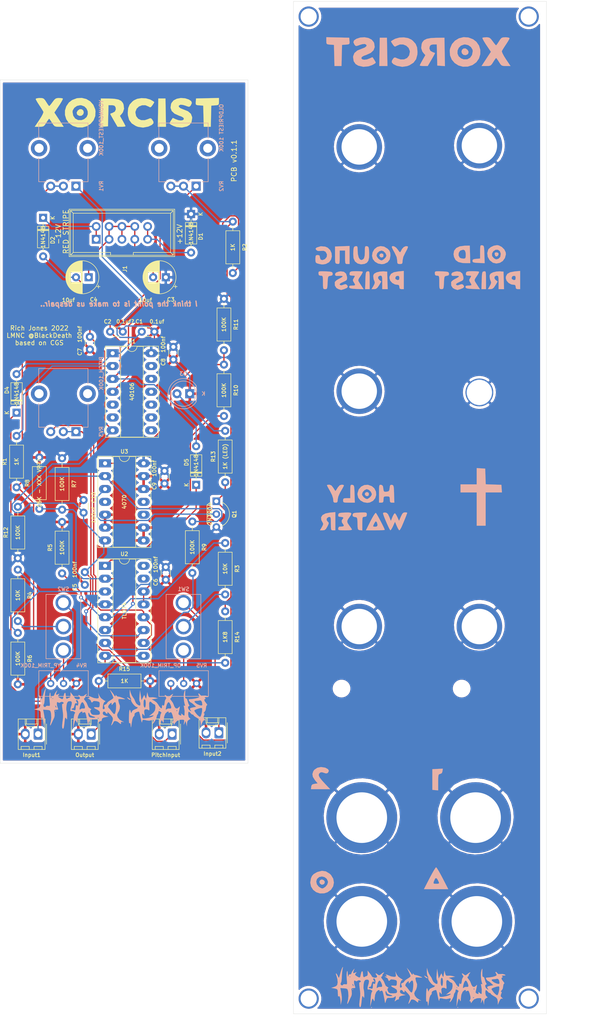
<source format=kicad_pcb>
(kicad_pcb (version 20171130) (host pcbnew "(5.1.12-1-10_14)")
  (layers (0 F.Cu signal) (31 B.Cu signal) (34 B.Paste user) (35 F.Paste user) (36 B.SilkS user) (37 F.SilkS user) (38 B.Mask user) (39 F.Mask user) (44 Edge.Cuts user))
  (net 0 "")
  (net 1 "Net-(C1-Pad1)")
  (net 2 "Net-(C3-Pad2)")
  (net 3 "Net-(C10-Pad2)")
  (net 4 GND)
  (net 5 "Net-(D1-Pad2)")
  (net 6 "Net-(D2-Pad1)")
  (net 7 "Net-(D3-Pad2)")
  (net 8 "Net-(J2-Pad1)")
  (net 9 "Net-(J3-Pad1)")
  (net 10 "Net-(J4-Pad1)")
  (net 11 "Net-(Q1-Pad2)")
  (net 12 "Net-(Q1-Pad1)")
  (net 13 "Net-(R1-Pad1)")
  (net 14 "Net-(R1-Pad2)")
  (net 15 "Net-(R2-Pad2)")
  (net 16 "Net-(R2-Pad1)")
  (net 17 "Net-(R3-Pad2)")
  (net 18 "Net-(R3-Pad1)")
  (net 19 "Net-(R4-Pad1)")
  (net 20 "Net-(R4-Pad2)")
  (net 21 "Net-(R7-Pad2)")
  (net 22 "Net-(R9-Pad2)")
  (net 23 "Net-(R12-Pad2)")
  (net 24 "Net-(R10-Pad2)")
  (net 25 "Net-(R10-Pad1)")
  (net 26 "Net-(C3-Pad1)")
  (net 27 "Net-(D4-Pad1)")
  (net 28 "Net-(J5-Pad1)")
  (net 29 "Net-(U3-Pad11)")
  (net 30 "Net-(U3-Pad4)")
  (net 31 "Net-(U3-Pad10)")
  (net 32 "Net-(RV4-Pad2)")
  (net 33 "Net-(RV5-Pad2)")
  (net 34 "Net-(C2-Pad1)")
  (net 35 "Net-(D5-Pad1)")
  (net 36 "Net-(RV3-Pad3)")
  (module ao_tht:BD3 (layer B.Cu) (at 314 149.25 180)
    (fp_text reference G*** hide)
    (fp_text value LOGO hide)
  )
  (module ao_tht:cross (layer B.Cu) (at 384.75 107.75 180)
    (fp_text reference G*** hide)
    (fp_text value LOGO hide)
  )
  (module ao_tht:LED_D5.0mm (layer B.Cu) (at 327.5 87 180)
    (fp_text reference D3 (at 1.27 3.96) (layer B.SilkS) (effects (font (size 0.75 0.75)) (justify mirror)))
    (fp_text value LED)
    (fp_text user K (at -2.7 0) (layer B.SilkS) (effects (font (size 0.75 0.75)) (justify mirror)))
    (pad 1 thru_hole rect (at 0 0 180) (size 1.8 1.8) (drill 0.9) (layers *.Cu *.Mask) (net 4 GND))
    (pad 2 thru_hole circle (at 2.54 0 180) (size 1.8 1.8) (drill 0.9) (layers *.Cu *.Mask) (net 7 "Net-(D3-Pad2)"))
  )
  (module ao_tht:Molex_KK-254_AE-6410-02A_1x02_P2.54mm_Vertical (layer F.Cu) (at 308 154.25 180)
    (fp_text reference Output (at 1.27 -4.12) (layer F.SilkS) (effects (font (size 0.75 0.75))))
    (fp_text value Output_1)
    (pad 1 thru_hole roundrect (at 0 0 180) (size 1.74 2.2) (drill 1.2) (layers *.Cu *.Mask) (roundrect_rratio 0.143678) (net 10 "Net-(J4-Pad1)"))
    (pad 2 thru_hole oval (at 2.54 0 180) (size 1.74 2.2) (drill 1.2) (layers *.Cu *.Mask) (net 4 GND))
  )
  (module ao_tht:R_Axial_DIN0207_L6.3mm_D2.5mm_P10.16mm_Horizontal (layer F.Cu) (at 302.25 122.5 90)
    (fp_text reference R5 (at 5.08 -2.37 90) (layer F.SilkS) (effects (font (size 0.75 0.75))))
    (fp_text value 100K)
    (fp_text user %V (at 5.08 0 90) (layer F.SilkS) (effects (font (size 0.75 0.75))))
    (pad 1 thru_hole circle (at 0 0 90) (size 1.6 1.6) (drill 0.8) (layers *.Cu *.Mask) (net 18 "Net-(R3-Pad1)"))
    (pad 2 thru_hole oval (at 10.16 0 90) (size 1.6 1.6) (drill 0.8) (layers *.Cu *.Mask) (net 4 GND))
  )
  (module ao_tht:DIP-14_W7.62mm_Socket_LongPads (layer F.Cu) (at 310.75 100.75)
    (fp_text reference U3 (at 3.81 -2.33) (layer F.SilkS) (effects (font (size 0.75 0.75))))
    (fp_text value 4070)
    (fp_text user %V (at 3.81 7.62 90) (layer F.SilkS) (effects (font (size 0.75 0.75))))
    (pad 14 thru_hole oval (at 7.62 0) (size 2.4 1.6) (drill 0.8) (layers *.Cu *.Mask) (net 26 "Net-(C3-Pad1)"))
    (pad 7 thru_hole oval (at 0 15.24) (size 2.4 1.6) (drill 0.8) (layers *.Cu *.Mask) (net 3 "Net-(C10-Pad2)"))
    (pad 13 thru_hole oval (at 7.62 2.54) (size 2.4 1.6) (drill 0.8) (layers *.Cu *.Mask) (net 4 GND))
    (pad 6 thru_hole oval (at 0 12.7) (size 2.4 1.6) (drill 0.8) (layers *.Cu *.Mask) (net 4 GND))
    (pad 12 thru_hole oval (at 7.62 5.08) (size 2.4 1.6) (drill 0.8) (layers *.Cu *.Mask) (net 4 GND))
    (pad 5 thru_hole oval (at 0 10.16) (size 2.4 1.6) (drill 0.8) (layers *.Cu *.Mask) (net 4 GND))
    (pad 11 thru_hole oval (at 7.62 7.62) (size 2.4 1.6) (drill 0.8) (layers *.Cu *.Mask) (net 29 "Net-(U3-Pad11)"))
    (pad 4 thru_hole oval (at 0 7.62) (size 2.4 1.6) (drill 0.8) (layers *.Cu *.Mask) (net 30 "Net-(U3-Pad4)"))
    (pad 10 thru_hole oval (at 7.62 10.16) (size 2.4 1.6) (drill 0.8) (layers *.Cu *.Mask) (net 31 "Net-(U3-Pad10)"))
    (pad 3 thru_hole oval (at 0 5.08) (size 2.4 1.6) (drill 0.8) (layers *.Cu *.Mask) (net 11 "Net-(Q1-Pad2)"))
    (pad 9 thru_hole oval (at 7.62 12.7) (size 2.4 1.6) (drill 0.8) (layers *.Cu *.Mask) (net 4 GND))
    (pad 2 thru_hole oval (at 0 2.54) (size 2.4 1.6) (drill 0.8) (layers *.Cu *.Mask) (net 23 "Net-(R12-Pad2)"))
    (pad 8 thru_hole oval (at 7.62 15.24) (size 2.4 1.6) (drill 0.8) (layers *.Cu *.Mask) (net 4 GND))
    (pad 1 thru_hole rect (at 0 0) (size 2.4 1.6) (drill 0.8) (layers *.Cu *.Mask) (net 25 "Net-(R10-Pad1)"))
  )
  (module ao_tht:DIP-16_W7.62mm_Socket_LongPads (layer F.Cu) (at 310.75 121)
    (fp_text reference U2 (at 3.81 -2.33) (layer F.SilkS) (effects (font (size 0.75 0.75))))
    (fp_text value TL074)
    (fp_text user %V (at 3.81 8.89 90) (layer F.SilkS) (effects (font (size 0.75 0.75))))
    (pad 16 thru_hole oval (at 7.62 0) (size 2.4 1.6) (drill 0.8) (layers *.Cu *.Mask))
    (pad 8 thru_hole oval (at 0 17.78) (size 2.4 1.6) (drill 0.8) (layers *.Cu *.Mask) (net 27 "Net-(D4-Pad1)"))
    (pad 15 thru_hole oval (at 7.62 2.54) (size 2.4 1.6) (drill 0.8) (layers *.Cu *.Mask))
    (pad 7 thru_hole oval (at 0 15.24) (size 2.4 1.6) (drill 0.8) (layers *.Cu *.Mask) (net 22 "Net-(R9-Pad2)"))
    (pad 14 thru_hole oval (at 7.62 5.08) (size 2.4 1.6) (drill 0.8) (layers *.Cu *.Mask) (net 35 "Net-(D5-Pad1)"))
    (pad 6 thru_hole oval (at 0 12.7) (size 2.4 1.6) (drill 0.8) (layers *.Cu *.Mask) (net 21 "Net-(R7-Pad2)"))
    (pad 13 thru_hole oval (at 7.62 7.62) (size 2.4 1.6) (drill 0.8) (layers *.Cu *.Mask) (net 35 "Net-(D5-Pad1)"))
    (pad 5 thru_hole oval (at 0 10.16) (size 2.4 1.6) (drill 0.8) (layers *.Cu *.Mask) (net 18 "Net-(R3-Pad1)"))
    (pad 12 thru_hole oval (at 7.62 10.16) (size 2.4 1.6) (drill 0.8) (layers *.Cu *.Mask) (net 36 "Net-(RV3-Pad3)"))
    (pad 4 thru_hole oval (at 0 7.62) (size 2.4 1.6) (drill 0.8) (layers *.Cu *.Mask) (net 26 "Net-(C3-Pad1)"))
    (pad 11 thru_hole oval (at 7.62 12.7) (size 2.4 1.6) (drill 0.8) (layers *.Cu *.Mask) (net 3 "Net-(C10-Pad2)"))
    (pad 3 thru_hole oval (at 0 5.08) (size 2.4 1.6) (drill 0.8) (layers *.Cu *.Mask) (net 19 "Net-(R4-Pad1)"))
    (pad 10 thru_hole oval (at 7.62 15.24) (size 2.4 1.6) (drill 0.8) (layers *.Cu *.Mask) (net 36 "Net-(RV3-Pad3)"))
    (pad 2 thru_hole oval (at 0 2.54) (size 2.4 1.6) (drill 0.8) (layers *.Cu *.Mask) (net 21 "Net-(R7-Pad2)"))
    (pad 9 thru_hole oval (at 7.62 17.78) (size 2.4 1.6) (drill 0.8) (layers *.Cu *.Mask) (net 27 "Net-(D4-Pad1)"))
    (pad 1 thru_hole rect (at 0 0) (size 2.4 1.6) (drill 0.8) (layers *.Cu *.Mask) (net 24 "Net-(R10-Pad2)"))
  )
  (module ao_tht:D_DO-35_SOD27_P7.62mm_Horizontal (layer F.Cu) (at 328.75 105 90)
    (fp_text reference D5 (at 4.445 -1.905 90) (layer F.SilkS) (effects (font (size 0.75 0.75))))
    (fp_text value 1N4148)
    (fp_text user K (at 0 -1.905 90) (layer F.SilkS) (effects (font (size 0.75 0.75))))
    (fp_text user %V (at 3.81 0 90) (layer F.SilkS) (effects (font (size 0.75 0.75))))
    (pad 2 thru_hole oval (at 7.62 0 90) (size 1.6 1.6) (drill 0.8) (layers *.Cu *.Mask) (net 34 "Net-(C2-Pad1)"))
    (pad 1 thru_hole rect (at 0 0 90) (size 1.6 1.6) (drill 0.8) (layers *.Cu *.Mask) (net 35 "Net-(D5-Pad1)"))
  )
  (module ao_tht:water (layer B.Cu) (at 361.25 112.75 180)
    (fp_text reference G*** hide)
    (fp_text value LOGO hide)
  )
  (module ao_tht:holy (layer B.Cu) (at 361 106.75 180)
    (fp_text reference G*** hide)
    (fp_text value LOGO hide)
  )
  (module ao_tht:young (layer B.Cu) (at 361.75 59.25 180)
    (fp_text reference G*** hide)
    (fp_text value LOGO hide)
  )
  (module ao_tht:oldd (layer B.Cu) (at 385.25 59.25 180)
    (fp_text reference G*** hide)
    (fp_text value LOGO hide)
  )
  (module ao_tht:priest2 (layer B.Cu) (at 360.75 64.75 180)
    (fp_text reference G*** hide)
    (fp_text value LOGO hide)
  )
  (module ao_tht:priest2 (layer B.Cu) (at 383.75 64.75 180)
    (fp_text reference G*** hide)
    (fp_text value LOGO hide)
  )
  (module ao_panel:Kosmo_Pot_Hole (layer F.Cu) (at 384.75 133)
    (fp_text reference REF** hide)
    (fp_text value Kosmo_Pot_Hole)
    (pad 1 thru_hole circle (at 0 0) (size 9 9) (drill 7) (layers *.Cu *.Mask) (net 4 GND))
  )
  (module ao_panel:Kosmo_Pot_Hole (layer F.Cu) (at 361 133)
    (fp_text reference REF** hide)
    (fp_text value Kosmo_Pot_Hole)
    (pad 1 thru_hole circle (at 0 0) (size 9 9) (drill 7) (layers *.Cu *.Mask) (net 4 GND))
  )
  (module ao_panel:Kosmo_Pot_Hole (layer F.Cu) (at 361 86.5)
    (fp_text reference REF** hide)
    (fp_text value Kosmo_Pot_Hole)
    (pad 1 thru_hole circle (at 0 0) (size 9 9) (drill 7) (layers *.Cu *.Mask) (net 4 GND))
  )
  (module ao_panel:Kosmo_Pot_Hole (layer F.Cu) (at 384.75 38)
    (fp_text reference REF** hide)
    (fp_text value Kosmo_Pot_Hole)
    (pad 1 thru_hole circle (at 0 0) (size 9 9) (drill 7) (layers *.Cu *.Mask) (net 4 GND))
  )
  (module ao_panel:Kosmo_Pot_Hole (layer F.Cu) (at 361 38.25)
    (fp_text reference REF** hide)
    (fp_text value Kosmo_Pot_Hole)
    (pad 1 thru_hole circle (at 0 0) (size 9 9) (drill 7) (layers *.Cu *.Mask) (net 4 GND))
  )
  (module ao_panel:Kosmo_LED_Hole (layer F.Cu) (at 384.75 86.75)
    (fp_text reference REF** hide)
    (fp_text value Kosmo_LED_Hole)
    (pad 1 thru_hole circle (at 0 0) (size 5.5 5.5) (drill 5) (layers *.Cu *.Mask) (net 4 GND))
  )
  (module ao_panel:Kosmo_Jack_Hole (layer F.Cu) (at 384.25 191.25)
    (fp_text reference REF** hide)
    (fp_text value Kosmo_Jack_Hole)
    (pad 1 thru_hole circle (at 0 0) (size 14 14) (drill 10) (layers *.Cu *.Mask) (net 4 GND))
  )
  (module ao_panel:Kosmo_Jack_Hole (layer F.Cu) (at 384 170.75)
    (fp_text reference REF** hide)
    (fp_text value Kosmo_Jack_Hole)
    (pad 1 thru_hole circle (at 0 0) (size 14 14) (drill 10) (layers *.Cu *.Mask) (net 4 GND))
  )
  (module ao_panel:Kosmo_Jack_Hole (layer F.Cu) (at 361.5 191.25)
    (fp_text reference REF** hide)
    (fp_text value Kosmo_Jack_Hole)
    (pad 1 thru_hole circle (at 0 0) (size 14 14) (drill 10) (layers *.Cu *.Mask) (net 4 GND))
  )
  (module ao_panel:Kosmo_Jack_Hole (layer F.Cu) (at 361.5 170.75)
    (fp_text reference REF** hide)
    (fp_text value Kosmo_Jack_Hole)
    (pad 1 thru_hole circle (at 0 0) (size 14 14) (drill 10) (layers *.Cu *.Mask) (net 4 GND))
  )
  (module ao_panel:Kosmo_Trimmer_Pot_Hole (layer F.Cu) (at 381.25 145.25)
    (fp_text reference REF** hide)
    (fp_text value Kosmo_Trimmer_Pot_Hole)
    (pad "" np_thru_hole circle (at 0 0) (size 2.5 2.5) (drill 2.5) (layers *.Mask F.Cu))
  )
  (module ao_panel:Kosmo_Trimmer_Pot_Hole (layer F.Cu) (at 357.5 145.25)
    (fp_text reference REF** hide)
    (fp_text value Kosmo_Trimmer_Pot_Hole)
    (pad "" np_thru_hole circle (at 0 0) (size 2.5 2.5) (drill 2.5) (layers *.Mask F.Cu))
  )
  (module ao_panel:Kosmo_Panel_Dual_Mounting_Holes (layer F.Cu) (at 394.5 206.5)
    (fp_text reference REF** hide)
    (fp_text value Kosmo_Panel_Dual_Mounting_Holes)
    (pad 1 thru_hole circle (at 0 -194) (size 4 4) (drill 3.2) (layers *.Cu *.Mask))
    (pad 1 thru_hole circle (at 0 0) (size 4 4) (drill 3.2) (layers *.Cu *.Mask))
  )
  (module ao_panel:Kosmo_Panel_Dual_Mounting_Holes (layer F.Cu) (at 351 206.5)
    (fp_text reference REF** hide)
    (fp_text value Kosmo_Panel_Dual_Mounting_Holes)
    (pad 1 thru_hole circle (at 0 0) (size 4 4) (drill 3.2) (layers *.Cu *.Mask))
    (pad 1 thru_hole circle (at 0 -194) (size 4 4) (drill 3.2) (layers *.Cu *.Mask))
  )
  (module ao_tht:xor6 (layer F.Cu) (at 315.5 31.25)
    (fp_text reference G*** hide)
    (fp_text value LOGO hide)
  )
  (module ao_tht:xor6 (layer B.Cu) (at 372.25 19.25 180)
    (fp_text reference G*** hide)
    (fp_text value LOGO hide)
  )
  (module ao_tht:o (layer B.Cu) (at 353.75 183.5 180)
    (fp_text reference G*** hide)
    (fp_text value LOGO hide)
  )
  (module ao_tht:a (layer B.Cu) (at 375.75 182.75 180)
    (fp_text reference G*** hide)
    (fp_text value LOGO hide)
  )
  (module ao_tht:2 (layer B.Cu) (at 353.25 163 180)
    (fp_text reference G*** hide)
    (fp_text value LOGO hide)
  )
  (module ao_tht:1 (layer B.Cu) (at 376.25 163.75 180)
    (fp_text reference G*** hide)
    (fp_text value LOGO hide)
  )
  (module ao_tht:R_Axial_DIN0207_L6.3mm_D2.5mm_P10.16mm_Horizontal (layer F.Cu) (at 336 53 270)
    (fp_text reference R2 (at 5.08 -2.37 90) (layer F.SilkS) (effects (font (size 0.75 0.75))))
    (fp_text value 1K)
    (fp_text user %V (at 5.08 0 90) (layer F.SilkS) (effects (font (size 0.75 0.75))))
    (pad 2 thru_hole oval (at 10.16 0 270) (size 1.6 1.6) (drill 0.8) (layers *.Cu *.Mask) (net 15 "Net-(R2-Pad2)"))
    (pad 1 thru_hole circle (at 0 0 270) (size 1.6 1.6) (drill 0.8) (layers *.Cu *.Mask) (net 16 "Net-(R2-Pad1)"))
  )
  (module ao_tht:Potentiometer_Bourns_3296W_Vertical_standard (layer B.Cu) (at 323.75 144.25 180)
    (fp_text reference RV5 (at -6.096 3.556 180) (layer B.SilkS) (effects (font (size 0.75 0.75)) (justify mirror)))
    (fp_text value OP_TRIM_100K)
    (fp_text user %V (at 2.032 3.556 180) (layer B.SilkS) (effects (font (size 0.75 0.75)) (justify mirror)))
    (pad 3 thru_hole circle (at -5.08 0 180) (size 1.44 1.44) (drill 0.8) (layers *.Cu *.Mask) (net 4 GND))
    (pad 2 thru_hole circle (at -2.54 0 180) (size 1.44 1.44) (drill 0.8) (layers *.Cu *.Mask) (net 33 "Net-(RV5-Pad2)"))
    (pad 1 thru_hole circle (at 0 0 180) (size 1.44 1.44) (drill 0.8) (layers *.Cu *.Mask) (net 16 "Net-(R2-Pad1)"))
  )
  (module ao_tht:Potentiometer_Bourns_3296W_Vertical_standard (layer B.Cu) (at 300 144.25 180)
    (fp_text reference RV4 (at -6.096 3.556 180) (layer B.SilkS) (effects (font (size 0.75 0.75)) (justify mirror)))
    (fp_text value YP_TRIM_100K)
    (fp_text user %V (at 2.032 3.556 180) (layer B.SilkS) (effects (font (size 0.75 0.75)) (justify mirror)))
    (pad 3 thru_hole circle (at -5.08 0 180) (size 1.44 1.44) (drill 0.8) (layers *.Cu *.Mask) (net 4 GND))
    (pad 2 thru_hole circle (at -2.54 0 180) (size 1.44 1.44) (drill 0.8) (layers *.Cu *.Mask) (net 32 "Net-(RV4-Pad2)"))
    (pad 1 thru_hole circle (at 0 0 180) (size 1.44 1.44) (drill 0.8) (layers *.Cu *.Mask) (net 13 "Net-(R1-Pad1)"))
  )
  (module ao_tht:BD3 (layer B.Cu) (at 372.75 204.25 180)
    (fp_text reference G*** hide)
    (fp_text value LOGO hide)
  )
  (module ao_tht:D_DO-35_SOD27_P7.62mm_Horizontal (layer F.Cu) (at 293.25 90.75 90)
    (fp_text reference D4 (at 4.445 -1.905 90) (layer F.SilkS) (effects (font (size 0.75 0.75))))
    (fp_text value 1N4148)
    (fp_text user K (at 0 -1.905 90) (layer F.SilkS) (effects (font (size 0.75 0.75))))
    (fp_text user %V (at 3.81 0 90) (layer F.SilkS) (effects (font (size 0.75 0.75))))
    (pad 2 thru_hole oval (at 7.62 0 90) (size 1.6 1.6) (drill 0.8) (layers *.Cu *.Mask) (net 1 "Net-(C1-Pad1)"))
    (pad 1 thru_hole rect (at 0 0 90) (size 1.6 1.6) (drill 0.8) (layers *.Cu *.Mask) (net 27 "Net-(D4-Pad1)"))
  )
  (module ao_tht:Potentiometer_Alpha_RD901F-40-00D_Single_Vertical_CircularHoles_centered (layer B.Cu) (at 302.5 87 90)
    (fp_text reference RV3 (at -7.5 7.5 270) (layer B.SilkS) (effects (font (size 0.75 0.75)) (justify mirror)))
    (fp_text value PITCH_100K)
    (fp_text user %V (at 4 7.5 90) (layer B.SilkS) (effects (font (size 0.75 0.75)) (justify mirror)))
    (pad "" thru_hole circle (at 0 4.8) (size 3.24 3.24) (drill 1.8) (layers *.Cu *.Mask))
    (pad "" thru_hole circle (at 0 -4.8) (size 3.24 3.24) (drill 1.8) (layers *.Cu *.Mask))
    (pad 3 thru_hole circle (at -7.5 -2.5) (size 1.8 1.8) (drill 1) (layers *.Cu *.Mask) (net 36 "Net-(RV3-Pad3)"))
    (pad 2 thru_hole circle (at -7.5 0) (size 1.8 1.8) (drill 1) (layers *.Cu *.Mask) (net 28 "Net-(J5-Pad1)"))
    (pad 1 thru_hole rect (at -7.5 2.5) (size 1.8 1.8) (drill 1) (layers *.Cu *.Mask) (net 28 "Net-(J5-Pad1)"))
  )
  (module ao_tht:Molex_KK-254_AE-6410-02A_1x02_P2.54mm_Vertical (layer F.Cu) (at 324 154.25 180)
    (fp_text reference PitchInput (at 1.27 -4.12) (layer F.SilkS) (effects (font (size 0.75 0.75))))
    (fp_text value PITCH_1)
    (pad 2 thru_hole oval (at 2.54 0 180) (size 1.74 2.2) (drill 1.2) (layers *.Cu *.Mask) (net 4 GND))
    (pad 1 thru_hole roundrect (at 0 0 180) (size 1.74 2.2) (drill 1.2) (layers *.Cu *.Mask) (roundrect_rratio 0.143678) (net 28 "Net-(J5-Pad1)"))
  )
  (module ao_tht:D_DO-35_SOD27_P7.62mm_Horizontal (layer F.Cu) (at 298.5 52.25 270)
    (fp_text reference D2 (at 4.445 -1.905 90) (layer F.SilkS) (effects (font (size 0.75 0.75))))
    (fp_text value 1N4148)
    (fp_text user %V (at 3.81 0 90) (layer F.SilkS) (effects (font (size 0.75 0.75))))
    (fp_text user K (at 0 -1.905 90) (layer F.SilkS) (effects (font (size 0.75 0.75))))
    (pad 1 thru_hole rect (at 0 0 270) (size 1.6 1.6) (drill 0.8) (layers *.Cu *.Mask) (net 6 "Net-(D2-Pad1)"))
    (pad 2 thru_hole oval (at 7.62 0 270) (size 1.6 1.6) (drill 0.8) (layers *.Cu *.Mask) (net 3 "Net-(C10-Pad2)"))
  )
  (module ao_tht:Power_Header (layer F.Cu) (at 309 56.5 90)
    (fp_text reference J1 (at -5.85 5.67 90) (layer F.SilkS) (effects (font (size 0.75 0.75))))
    (fp_text value Synth_power_2x5)
    (fp_text user +12V (at 1 16.5 90) (layer F.SilkS))
    (fp_text user -12V (at 1 -7.5 90) (layer F.SilkS))
    (fp_text user "RED STRIPE" (at 1.5 -6 90) (layer F.SilkS))
    (pad 1 thru_hole rect (at 0 0 90) (size 1.7272 1.7272) (drill 1.016) (layers *.Cu *.Mask) (net 6 "Net-(D2-Pad1)"))
    (pad 2 thru_hole oval (at 2.54 0 90) (size 1.7272 1.7272) (drill 1.016) (layers *.Cu *.Mask) (net 6 "Net-(D2-Pad1)"))
    (pad 3 thru_hole oval (at 0 2.54 90) (size 1.7272 1.7272) (drill 1.016) (layers *.Cu *.Mask) (net 2 "Net-(C3-Pad2)"))
    (pad 4 thru_hole oval (at 2.54 2.54 90) (size 1.7272 1.7272) (drill 1.016) (layers *.Cu *.Mask) (net 2 "Net-(C3-Pad2)"))
    (pad 5 thru_hole oval (at 0 5.08 90) (size 1.7272 1.7272) (drill 1.016) (layers *.Cu *.Mask) (net 2 "Net-(C3-Pad2)"))
    (pad 6 thru_hole oval (at 2.54 5.08 90) (size 1.7272 1.7272) (drill 1.016) (layers *.Cu *.Mask) (net 2 "Net-(C3-Pad2)"))
    (pad 7 thru_hole oval (at 0 7.62 90) (size 1.7272 1.7272) (drill 1.016) (layers *.Cu *.Mask) (net 2 "Net-(C3-Pad2)"))
    (pad 8 thru_hole oval (at 2.54 7.62 90) (size 1.7272 1.7272) (drill 1.016) (layers *.Cu *.Mask) (net 2 "Net-(C3-Pad2)"))
    (pad 9 thru_hole oval (at 0 10.16 90) (size 1.7272 1.7272) (drill 1.016) (layers *.Cu *.Mask) (net 5 "Net-(D1-Pad2)"))
    (pad 10 thru_hole oval (at 2.54 10.16 90) (size 1.7272 1.7272) (drill 1.016) (layers *.Cu *.Mask) (net 5 "Net-(D1-Pad2)"))
  )
  (module ao_tht:Molex_KK-254_AE-6410-02A_1x02_P2.54mm_Vertical (layer F.Cu) (at 297.5 154.25 180)
    (fp_text reference Input1 (at 1.27 -4.12) (layer F.SilkS) (effects (font (size 0.75 0.75))))
    (fp_text value Input_1)
    (pad 1 thru_hole roundrect (at 0 0 180) (size 1.74 2.2) (drill 1.2) (layers *.Cu *.Mask) (roundrect_rratio 0.143678) (net 8 "Net-(J2-Pad1)"))
    (pad 2 thru_hole oval (at 2.54 0 180) (size 1.74 2.2) (drill 1.2) (layers *.Cu *.Mask) (net 4 GND))
  )
  (module ao_tht:Molex_KK-254_AE-6410-02A_1x02_P2.54mm_Vertical (layer F.Cu) (at 333.25 154 180)
    (fp_text reference Input2 (at 1.27 -4.12) (layer F.SilkS) (effects (font (size 0.75 0.75))))
    (fp_text value Input_2)
    (pad 2 thru_hole oval (at 2.54 0 180) (size 1.74 2.2) (drill 1.2) (layers *.Cu *.Mask) (net 4 GND))
    (pad 1 thru_hole roundrect (at 0 0 180) (size 1.74 2.2) (drill 1.2) (layers *.Cu *.Mask) (roundrect_rratio 0.143678) (net 9 "Net-(J3-Pad1)"))
  )
  (module ao_tht:TO-92_Inline_Wide (layer F.Cu) (at 332.75 108.25 270)
    (fp_text reference Q1 (at 2.54 -3.56 90) (layer F.SilkS) (effects (font (size 0.75 0.75))))
    (fp_text value 2N3904)
    (fp_text user %V (at 2.54 1.27 90) (layer F.SilkS) (effects (font (size 0.75 0.75))))
    (pad 2 thru_hole circle (at 2.54 0) (size 1.5 1.5) (drill 0.8) (layers *.Cu *.Mask) (net 11 "Net-(Q1-Pad2)"))
    (pad 3 thru_hole circle (at 5.08 0) (size 1.5 1.5) (drill 0.8) (layers *.Cu *.Mask) (net 26 "Net-(C3-Pad1)"))
    (pad 1 thru_hole rect (at 0 0) (size 1.5 1.5) (drill 0.8) (layers *.Cu *.Mask) (net 12 "Net-(Q1-Pad1)"))
  )
  (module ao_tht:R_Axial_DIN0207_L6.3mm_D2.5mm_P10.16mm_Horizontal (layer F.Cu) (at 293.25 105.5 90)
    (fp_text reference R1 (at 5.08 -2.37 90) (layer F.SilkS) (effects (font (size 0.75 0.75))))
    (fp_text value 1K)
    (fp_text user %V (at 5.08 0 90) (layer F.SilkS) (effects (font (size 0.75 0.75))))
    (pad 1 thru_hole circle (at 0 0 90) (size 1.6 1.6) (drill 0.8) (layers *.Cu *.Mask) (net 13 "Net-(R1-Pad1)"))
    (pad 2 thru_hole oval (at 10.16 0 90) (size 1.6 1.6) (drill 0.8) (layers *.Cu *.Mask) (net 14 "Net-(R1-Pad2)"))
  )
  (module ao_tht:R_Axial_DIN0207_L6.3mm_D2.5mm_P10.16mm_Horizontal (layer F.Cu) (at 334.5 116.5 270)
    (fp_text reference R3 (at 5.08 -2.37 90) (layer F.SilkS) (effects (font (size 0.75 0.75))))
    (fp_text value 10K)
    (fp_text user %V (at 5.08 0 90) (layer F.SilkS) (effects (font (size 0.75 0.75))))
    (pad 2 thru_hole oval (at 10.16 0 270) (size 1.6 1.6) (drill 0.8) (layers *.Cu *.Mask) (net 17 "Net-(R3-Pad2)"))
    (pad 1 thru_hole circle (at 0 0 270) (size 1.6 1.6) (drill 0.8) (layers *.Cu *.Mask) (net 18 "Net-(R3-Pad1)"))
  )
  (module ao_tht:R_Axial_DIN0207_L6.3mm_D2.5mm_P10.16mm_Horizontal (layer F.Cu) (at 293.5 121.75 270)
    (fp_text reference R4 (at 5.08 -2.37 90) (layer F.SilkS) (effects (font (size 0.75 0.75))))
    (fp_text value 10K)
    (fp_text user %V (at 5.08 0 90) (layer F.SilkS) (effects (font (size 0.75 0.75))))
    (pad 1 thru_hole circle (at 0 0 270) (size 1.6 1.6) (drill 0.8) (layers *.Cu *.Mask) (net 19 "Net-(R4-Pad1)"))
    (pad 2 thru_hole oval (at 10.16 0 270) (size 1.6 1.6) (drill 0.8) (layers *.Cu *.Mask) (net 20 "Net-(R4-Pad2)"))
  )
  (module ao_tht:R_Axial_DIN0207_L6.3mm_D2.5mm_P10.16mm_Horizontal (layer F.Cu) (at 293.5 134.25 270)
    (fp_text reference R6 (at 5.08 -2.37 90) (layer F.SilkS) (effects (font (size 0.75 0.75))))
    (fp_text value 100K)
    (fp_text user %V (at 5.08 0 90) (layer F.SilkS) (effects (font (size 0.75 0.75))))
    (pad 2 thru_hole oval (at 10.16 0 270) (size 1.6 1.6) (drill 0.8) (layers *.Cu *.Mask) (net 4 GND))
    (pad 1 thru_hole circle (at 0 0 270) (size 1.6 1.6) (drill 0.8) (layers *.Cu *.Mask) (net 19 "Net-(R4-Pad1)"))
  )
  (module ao_tht:R_Axial_DIN0207_L6.3mm_D2.5mm_P10.16mm_Horizontal (layer F.Cu) (at 302.25 99.75 270)
    (fp_text reference R7 (at 5.08 -2.37 90) (layer F.SilkS) (effects (font (size 0.75 0.75))))
    (fp_text value 100K)
    (fp_text user %V (at 5.08 0 90) (layer F.SilkS) (effects (font (size 0.75 0.75))))
    (pad 1 thru_hole circle (at 0 0 270) (size 1.6 1.6) (drill 0.8) (layers *.Cu *.Mask) (net 26 "Net-(C3-Pad1)"))
    (pad 2 thru_hole oval (at 10.16 0 270) (size 1.6 1.6) (drill 0.8) (layers *.Cu *.Mask) (net 21 "Net-(R7-Pad2)"))
  )
  (module ao_tht:R_Axial_DIN0207_L6.3mm_D2.5mm_P10.16mm_Horizontal (layer F.Cu) (at 297.75 109.75 90)
    (fp_text reference R8 (at 5.08 -2.37 90) (layer F.SilkS) (effects (font (size 0.75 0.75))))
    (fp_text value "15K - XXX VR??")
    (fp_text user %V (at 5.08 0 90) (layer F.SilkS) (effects (font (size 0.75 0.75))))
    (pad 1 thru_hole circle (at 0 0 90) (size 1.6 1.6) (drill 0.8) (layers *.Cu *.Mask) (net 21 "Net-(R7-Pad2)"))
    (pad 2 thru_hole oval (at 10.16 0 90) (size 1.6 1.6) (drill 0.8) (layers *.Cu *.Mask) (net 4 GND))
  )
  (module ao_tht:R_Axial_DIN0207_L6.3mm_D2.5mm_P10.16mm_Horizontal (layer F.Cu) (at 328 112.25 270)
    (fp_text reference R9 (at 5.08 -2.37 90) (layer F.SilkS) (effects (font (size 0.75 0.75))))
    (fp_text value 100K)
    (fp_text user %V (at 5.08 0 90) (layer F.SilkS) (effects (font (size 0.75 0.75))))
    (pad 2 thru_hole oval (at 10.16 0 270) (size 1.6 1.6) (drill 0.8) (layers *.Cu *.Mask) (net 22 "Net-(R9-Pad2)"))
    (pad 1 thru_hole circle (at 0 0 270) (size 1.6 1.6) (drill 0.8) (layers *.Cu *.Mask) (net 23 "Net-(R12-Pad2)"))
  )
  (module ao_tht:R_Axial_DIN0207_L6.3mm_D2.5mm_P10.16mm_Horizontal (layer F.Cu) (at 334.25 81.25 270)
    (fp_text reference R10 (at 5.08 -2.37 90) (layer F.SilkS) (effects (font (size 0.75 0.75))))
    (fp_text value 100K)
    (fp_text user %V (at 5.08 0 90) (layer F.SilkS) (effects (font (size 0.75 0.75))))
    (pad 2 thru_hole oval (at 10.16 0 270) (size 1.6 1.6) (drill 0.8) (layers *.Cu *.Mask) (net 24 "Net-(R10-Pad2)"))
    (pad 1 thru_hole circle (at 0 0 270) (size 1.6 1.6) (drill 0.8) (layers *.Cu *.Mask) (net 25 "Net-(R10-Pad1)"))
  )
  (module ao_tht:R_Axial_DIN0207_L6.3mm_D2.5mm_P10.16mm_Horizontal (layer F.Cu) (at 334.25 68.25 270)
    (fp_text reference R11 (at 5.08 -2.37 90) (layer F.SilkS) (effects (font (size 0.75 0.75))))
    (fp_text value 100K)
    (fp_text user %V (at 5.08 0 90) (layer F.SilkS) (effects (font (size 0.75 0.75))))
    (pad 1 thru_hole circle (at 0 0 270) (size 1.6 1.6) (drill 0.8) (layers *.Cu *.Mask) (net 26 "Net-(C3-Pad1)"))
    (pad 2 thru_hole oval (at 10.16 0 270) (size 1.6 1.6) (drill 0.8) (layers *.Cu *.Mask) (net 25 "Net-(R10-Pad1)"))
  )
  (module ao_tht:R_Axial_DIN0207_L6.3mm_D2.5mm_P10.16mm_Horizontal (layer F.Cu) (at 293.5 119.5 90)
    (fp_text reference R12 (at 5.08 -2.37 90) (layer F.SilkS) (effects (font (size 0.75 0.75))))
    (fp_text value 100K)
    (fp_text user %V (at 5.08 0 90) (layer F.SilkS) (effects (font (size 0.75 0.75))))
    (pad 2 thru_hole oval (at 10.16 0 90) (size 1.6 1.6) (drill 0.8) (layers *.Cu *.Mask) (net 23 "Net-(R12-Pad2)"))
    (pad 1 thru_hole circle (at 0 0 90) (size 1.6 1.6) (drill 0.8) (layers *.Cu *.Mask) (net 26 "Net-(C3-Pad1)"))
  )
  (module ao_tht:R_Axial_DIN0207_L6.3mm_D2.5mm_P10.16mm_Horizontal (layer F.Cu) (at 334.5 104.5 90)
    (fp_text reference R13 (at 5.08 -2.37 90) (layer F.SilkS) (effects (font (size 0.75 0.75))))
    (fp_text value "1K (LED)")
    (fp_text user %V (at 5.08 0 90) (layer F.SilkS) (effects (font (size 0.75 0.75))))
    (pad 2 thru_hole oval (at 10.16 0 90) (size 1.6 1.6) (drill 0.8) (layers *.Cu *.Mask) (net 7 "Net-(D3-Pad2)"))
    (pad 1 thru_hole circle (at 0 0 90) (size 1.6 1.6) (drill 0.8) (layers *.Cu *.Mask) (net 12 "Net-(Q1-Pad1)"))
  )
  (module ao_tht:R_Axial_DIN0207_L6.3mm_D2.5mm_P10.16mm_Horizontal (layer F.Cu) (at 334.5 130 270)
    (fp_text reference R14 (at 5.08 -2.37 90) (layer F.SilkS) (effects (font (size 0.75 0.75))))
    (fp_text value 1K8)
    (fp_text user %V (at 5.08 0 90) (layer F.SilkS) (effects (font (size 0.75 0.75))))
    (pad 1 thru_hole circle (at 0 0 270) (size 1.6 1.6) (drill 0.8) (layers *.Cu *.Mask) (net 12 "Net-(Q1-Pad1)"))
    (pad 2 thru_hole oval (at 10.16 0 270) (size 1.6 1.6) (drill 0.8) (layers *.Cu *.Mask) (net 10 "Net-(J4-Pad1)"))
  )
  (module ao_tht:R_Axial_DIN0207_L6.3mm_D2.5mm_P10.16mm_Horizontal (layer F.Cu) (at 309.5 143.75)
    (fp_text reference R15 (at 5.08 -2.37) (layer F.SilkS) (effects (font (size 0.75 0.75))))
    (fp_text value 1K)
    (fp_text user %V (at 5.08 0) (layer F.SilkS) (effects (font (size 0.75 0.75))))
    (pad 2 thru_hole oval (at 10.16 0) (size 1.6 1.6) (drill 0.8) (layers *.Cu *.Mask) (net 4 GND))
    (pad 1 thru_hole circle (at 0 0) (size 1.6 1.6) (drill 0.8) (layers *.Cu *.Mask) (net 10 "Net-(J4-Pad1)"))
  )
  (module ao_tht:Potentiometer_Alpha_RD901F-40-00D_Single_Vertical_CircularHoles_centered (layer B.Cu) (at 302.5 38.5 90)
    (fp_text reference RV1 (at -7.5 7.5 270) (layer B.SilkS) (effects (font (size 0.75 0.75)) (justify mirror)))
    (fp_text value YOUNGPRIEST_100K)
    (fp_text user %V (at 4 7.5 90) (layer B.SilkS) (effects (font (size 0.75 0.75)) (justify mirror)))
    (pad 1 thru_hole rect (at -7.5 2.5) (size 1.8 1.8) (drill 1) (layers *.Cu *.Mask) (net 1 "Net-(C1-Pad1)"))
    (pad 2 thru_hole circle (at -7.5 0) (size 1.8 1.8) (drill 1) (layers *.Cu *.Mask) (net 13 "Net-(R1-Pad1)"))
    (pad 3 thru_hole circle (at -7.5 -2.5) (size 1.8 1.8) (drill 1) (layers *.Cu *.Mask) (net 13 "Net-(R1-Pad1)"))
    (pad "" thru_hole circle (at 0 -4.8) (size 3.24 3.24) (drill 1.8) (layers *.Cu *.Mask))
    (pad "" thru_hole circle (at 0 4.8) (size 3.24 3.24) (drill 1.8) (layers *.Cu *.Mask))
  )
  (module ao_tht:Potentiometer_Alpha_RD901F-40-00D_Single_Vertical_CircularHoles_centered (layer B.Cu) (at 326.25 38.5 90)
    (fp_text reference RV2 (at -7.5 7.5 270) (layer B.SilkS) (effects (font (size 0.75 0.75)) (justify mirror)))
    (fp_text value "OLDPRIEST 100K")
    (fp_text user %V (at 4 7.5 90) (layer B.SilkS) (effects (font (size 0.75 0.75)) (justify mirror)))
    (pad "" thru_hole circle (at 0 4.8) (size 3.24 3.24) (drill 1.8) (layers *.Cu *.Mask))
    (pad "" thru_hole circle (at 0 -4.8) (size 3.24 3.24) (drill 1.8) (layers *.Cu *.Mask))
    (pad 3 thru_hole circle (at -7.5 -2.5) (size 1.8 1.8) (drill 1) (layers *.Cu *.Mask) (net 16 "Net-(R2-Pad1)"))
    (pad 2 thru_hole circle (at -7.5 0) (size 1.8 1.8) (drill 1) (layers *.Cu *.Mask) (net 16 "Net-(R2-Pad1)"))
    (pad 1 thru_hole rect (at -7.5 2.5) (size 1.8 1.8) (drill 1) (layers *.Cu *.Mask) (net 34 "Net-(C2-Pad1)"))
  )
  (module ao_tht:SPDT-toggle-switch-1M-series (layer B.Cu) (at 326.25 133 180)
    (fp_text reference SW1 (at 0 7.4) (layer B.SilkS) (effects (font (size 0.75 0.75)) (justify mirror)))
    (fp_text value SW_SPDT)
    (pad 1 thru_hole circle (at 0 -4.7 180) (size 3.1 3.1) (drill 2.1) (layers *.Cu *.Mask) (net 33 "Net-(RV5-Pad2)"))
    (pad 3 thru_hole circle (at 0 4.7 180) (size 3.1 3.1) (drill 2.1) (layers *.Cu *.Mask) (net 9 "Net-(J3-Pad1)"))
    (pad 2 thru_hole circle (at 0 0 180) (size 3.1 3.1) (drill 2.1) (layers *.Cu *.Mask) (net 17 "Net-(R3-Pad2)"))
  )
  (module ao_tht:SPDT-toggle-switch-1M-series (layer B.Cu) (at 302.5 133 180)
    (fp_text reference SW2 (at 0 7.4) (layer B.SilkS) (effects (font (size 0.75 0.75)) (justify mirror)))
    (fp_text value SW_SPDT)
    (pad 2 thru_hole circle (at 0 0 180) (size 3.1 3.1) (drill 2.1) (layers *.Cu *.Mask) (net 20 "Net-(R4-Pad2)"))
    (pad 3 thru_hole circle (at 0 4.7 180) (size 3.1 3.1) (drill 2.1) (layers *.Cu *.Mask) (net 8 "Net-(J2-Pad1)"))
    (pad 1 thru_hole circle (at 0 -4.7 180) (size 3.1 3.1) (drill 2.1) (layers *.Cu *.Mask) (net 32 "Net-(RV4-Pad2)"))
  )
  (module ao_tht:DIP-14_W7.62mm_Socket_LongPads (layer F.Cu) (at 312.25 79)
    (fp_text reference U1 (at 3.81 -2.33) (layer F.SilkS) (effects (font (size 0.75 0.75))))
    (fp_text value 40106)
    (fp_text user %V (at 3.81 7.62 90) (layer F.SilkS) (effects (font (size 0.75 0.75))))
    (pad 1 thru_hole rect (at 0 0) (size 2.4 1.6) (drill 0.8) (layers *.Cu *.Mask) (net 1 "Net-(C1-Pad1)"))
    (pad 8 thru_hole oval (at 7.62 15.24) (size 2.4 1.6) (drill 0.8) (layers *.Cu *.Mask))
    (pad 2 thru_hole oval (at 0 2.54) (size 2.4 1.6) (drill 0.8) (layers *.Cu *.Mask) (net 14 "Net-(R1-Pad2)"))
    (pad 9 thru_hole oval (at 7.62 12.7) (size 2.4 1.6) (drill 0.8) (layers *.Cu *.Mask))
    (pad 3 thru_hole oval (at 0 5.08) (size 2.4 1.6) (drill 0.8) (layers *.Cu *.Mask) (net 34 "Net-(C2-Pad1)"))
    (pad 10 thru_hole oval (at 7.62 10.16) (size 2.4 1.6) (drill 0.8) (layers *.Cu *.Mask))
    (pad 4 thru_hole oval (at 0 7.62) (size 2.4 1.6) (drill 0.8) (layers *.Cu *.Mask) (net 15 "Net-(R2-Pad2)"))
    (pad 11 thru_hole oval (at 7.62 7.62) (size 2.4 1.6) (drill 0.8) (layers *.Cu *.Mask))
    (pad 5 thru_hole oval (at 0 10.16) (size 2.4 1.6) (drill 0.8) (layers *.Cu *.Mask))
    (pad 12 thru_hole oval (at 7.62 5.08) (size 2.4 1.6) (drill 0.8) (layers *.Cu *.Mask))
    (pad 6 thru_hole oval (at 0 12.7) (size 2.4 1.6) (drill 0.8) (layers *.Cu *.Mask))
    (pad 13 thru_hole oval (at 7.62 2.54) (size 2.4 1.6) (drill 0.8) (layers *.Cu *.Mask))
    (pad 7 thru_hole oval (at 0 15.24) (size 2.4 1.6) (drill 0.8) (layers *.Cu *.Mask) (net 3 "Net-(C10-Pad2)"))
    (pad 14 thru_hole oval (at 7.62 0) (size 2.4 1.6) (drill 0.8) (layers *.Cu *.Mask) (net 26 "Net-(C3-Pad1)"))
  )
  (module ao_tht:CP_Radial_D6.3mm_P2.50mm (layer F.Cu) (at 322.75 64 180)
    (fp_text reference C3 (at -1 -4.4) (layer F.SilkS) (effects (font (size 0.75 0.75))))
    (fp_text value 10uf)
    (fp_text user %V (at 4 -4.5) (layer F.SilkS) (effects (font (size 0.75 0.75))))
    (pad 1 thru_hole rect (at 0 0 180) (size 1.6 1.6) (drill 0.8) (layers *.Cu *.Mask) (net 26 "Net-(C3-Pad1)"))
    (pad 2 thru_hole circle (at 2.5 0 180) (size 1.6 1.6) (drill 0.8) (layers *.Cu *.Mask) (net 2 "Net-(C3-Pad2)"))
  )
  (module ao_tht:C_Disc_D3.0mm_W1.6mm_P2.50mm (layer F.Cu) (at 318 74.75)
    (fp_text reference C1 (at -0.5 -2) (layer F.SilkS) (effects (font (size 0.75 0.75))))
    (fp_text value 0.1uf)
    (fp_text user %V (at 3 -2) (layer F.SilkS) (effects (font (size 0.75 0.75))))
    (pad 2 thru_hole circle (at 2.5 0) (size 1.6 1.6) (drill 0.8) (layers *.Cu *.Mask) (net 4 GND))
    (pad 1 thru_hole circle (at 0 0) (size 1.6 1.6) (drill 0.8) (layers *.Cu *.Mask) (net 1 "Net-(C1-Pad1)"))
  )
  (module ao_tht:C_Disc_D3.0mm_W1.6mm_P2.50mm (layer F.Cu) (at 311.75 74.75)
    (fp_text reference C2 (at -0.5 -2) (layer F.SilkS) (effects (font (size 0.75 0.75))))
    (fp_text value 0.1uf)
    (fp_text user %V? (at 3 -2) (layer F.SilkS) (effects (font (size 0.75 0.75))))
    (pad 1 thru_hole circle (at 0 0) (size 1.6 1.6) (drill 0.8) (layers *.Cu *.Mask) (net 34 "Net-(C2-Pad1)"))
    (pad 2 thru_hole circle (at 2.5 0) (size 1.6 1.6) (drill 0.8) (layers *.Cu *.Mask) (net 4 GND))
  )
  (module ao_tht:CP_Radial_D6.3mm_P2.50mm (layer F.Cu) (at 307.5 64 180)
    (fp_text reference C4 (at -1 -4.4) (layer F.SilkS) (effects (font (size 0.75 0.75))))
    (fp_text value 10uf)
    (fp_text user %V (at 4 -4.5) (layer F.SilkS) (effects (font (size 0.75 0.75))))
    (pad 2 thru_hole circle (at 2.5 0 180) (size 1.6 1.6) (drill 0.8) (layers *.Cu *.Mask) (net 3 "Net-(C10-Pad2)"))
    (pad 1 thru_hole rect (at 0 0 180) (size 1.6 1.6) (drill 0.8) (layers *.Cu *.Mask) (net 2 "Net-(C3-Pad2)"))
  )
  (module ao_tht:C_Disc_D3.0mm_W1.6mm_P2.50mm (layer F.Cu) (at 306.75 124.75 90)
    (fp_text reference C5 (at -0.5 -2 90) (layer F.SilkS) (effects (font (size 0.75 0.75))))
    (fp_text value 100nf)
    (fp_text user %V (at 3 -2 90) (layer F.SilkS) (effects (font (size 0.75 0.75))))
    (pad 2 thru_hole circle (at 2.5 0 90) (size 1.6 1.6) (drill 0.8) (layers *.Cu *.Mask) (net 3 "Net-(C10-Pad2)"))
    (pad 1 thru_hole circle (at 0 0 90) (size 1.6 1.6) (drill 0.8) (layers *.Cu *.Mask) (net 4 GND))
  )
  (module ao_tht:C_Disc_D3.0mm_W1.6mm_P2.50mm (layer F.Cu) (at 322.75 123.75 90)
    (fp_text reference C6 (at -0.5 -2 90) (layer F.SilkS) (effects (font (size 0.75 0.75))))
    (fp_text value 100nf)
    (fp_text user %V (at 3 -2 90) (layer F.SilkS) (effects (font (size 0.75 0.75))))
    (pad 1 thru_hole circle (at 0 0 90) (size 1.6 1.6) (drill 0.8) (layers *.Cu *.Mask) (net 4 GND))
    (pad 2 thru_hole circle (at 2.5 0 90) (size 1.6 1.6) (drill 0.8) (layers *.Cu *.Mask) (net 26 "Net-(C3-Pad1)"))
  )
  (module ao_tht:C_Disc_D3.0mm_W1.6mm_P2.50mm (layer F.Cu) (at 324.25 80.25 90)
    (fp_text reference C8 (at -0.5 -2 90) (layer F.SilkS) (effects (font (size 0.75 0.75))))
    (fp_text value 100nf)
    (fp_text user %V (at 3 -2 90) (layer F.SilkS) (effects (font (size 0.75 0.75))))
    (pad 2 thru_hole circle (at 2.5 0 90) (size 1.6 1.6) (drill 0.8) (layers *.Cu *.Mask) (net 26 "Net-(C3-Pad1)"))
    (pad 1 thru_hole circle (at 0 0 90) (size 1.6 1.6) (drill 0.8) (layers *.Cu *.Mask) (net 4 GND))
  )
  (module ao_tht:C_Disc_D3.0mm_W1.6mm_P2.50mm (layer F.Cu) (at 322.5 104.75 90)
    (fp_text reference C9 (at -0.5 -2 90) (layer F.SilkS) (effects (font (size 0.75 0.75))))
    (fp_text value 100nf)
    (fp_text user %V (at 3 -2 90) (layer F.SilkS) (effects (font (size 0.75 0.75))))
    (pad 1 thru_hole circle (at 0 0 90) (size 1.6 1.6) (drill 0.8) (layers *.Cu *.Mask) (net 4 GND))
    (pad 2 thru_hole circle (at 2.5 0 90) (size 1.6 1.6) (drill 0.8) (layers *.Cu *.Mask) (net 26 "Net-(C3-Pad1)"))
  )
  (module ao_tht:C_Disc_D3.0mm_W1.6mm_P2.50mm (layer F.Cu) (at 307.75 78.25 90)
    (fp_text reference C7 (at -0.5 -2 270) (layer F.SilkS) (effects (font (size 0.75 0.75))))
    (fp_text value 100nf)
    (fp_text user %V (at 3 -2 270) (layer F.SilkS) (effects (font (size 0.75 0.75))))
    (pad 1 thru_hole circle (at 0 0 90) (size 1.6 1.6) (drill 0.8) (layers *.Cu *.Mask) (net 4 GND))
    (pad 2 thru_hole circle (at 2.5 0 90) (size 1.6 1.6) (drill 0.8) (layers *.Cu *.Mask) (net 3 "Net-(C10-Pad2)"))
  )
  (module ao_tht:C_Disc_D3.0mm_W1.6mm_P2.50mm (layer F.Cu) (at 306.5 108 270)
    (fp_text reference C10 (at -0.5 -2 90) (layer F.SilkS) (effects (font (size 0.75 0.75))))
    (fp_text value 100nf)
    (fp_text user %V (at 3 -2 90) (layer F.SilkS) (effects (font (size 0.75 0.75))))
    (pad 1 thru_hole circle (at 0 0 270) (size 1.6 1.6) (drill 0.8) (layers *.Cu *.Mask) (net 4 GND))
    (pad 2 thru_hole circle (at 2.5 0 270) (size 1.6 1.6) (drill 0.8) (layers *.Cu *.Mask) (net 3 "Net-(C10-Pad2)"))
  )
  (module ao_tht:D_DO-35_SOD27_P7.62mm_Horizontal (layer F.Cu) (at 327.75 51.5 270)
    (fp_text reference D1 (at 4.445 -1.905 90) (layer F.SilkS) (effects (font (size 0.75 0.75))))
    (fp_text value 1N4148)
    (fp_text user %V (at 3.81 0 90) (layer F.SilkS) (effects (font (size 0.75 0.75))))
    (fp_text user K (at 0 -1.905 90) (layer F.SilkS) (effects (font (size 0.75 0.75))))
    (pad 1 thru_hole rect (at 0 0 270) (size 1.6 1.6) (drill 0.8) (layers *.Cu *.Mask) (net 26 "Net-(C3-Pad1)"))
    (pad 2 thru_hole oval (at 7.62 0 270) (size 1.6 1.6) (drill 0.8) (layers *.Cu *.Mask) (net 5 "Net-(D1-Pad2)"))
  )
  (gr_line (start 348 209.5) (end 348 9.5) (layer Edge.Cuts) (width 0.05))
  (gr_line (start 398 209.5) (end 348 209.5) (layer Edge.Cuts) (width 0.05))
  (gr_line (start 398 9.5) (end 398 209.5) (layer Edge.Cuts) (width 0.05))
  (gr_line (start 348 9.5) (end 398 9.5) (layer Edge.Cuts) (width 0.05))
  (gr_text "I think the point is to make us despair.." (at 313.5 69.25) (layer B.SilkS) (effects (font (size 1 1) (thickness 0.25) italic) (justify mirror)))
  (gr_text "PCB v0.1.1" (at 336.25 41 90) (layer F.SilkS) (effects (font (size 1 1))))
  (gr_text "Rich Jones 2022\nLMNC @BlackDeath\nbased on CGS" (at 297.75 75.5) (layer F.SilkS) (effects (font (size 0.9 0.9))))
  (gr_line (start 290 160) (end 290 25) (layer Edge.Cuts) (width 0.05))
  (gr_line (start 339 160) (end 290 160) (layer Edge.Cuts) (width 0.05))
  (gr_line (start 339 25) (end 339 160) (layer Edge.Cuts) (width 0.05))
  (gr_line (start 290 25) (end 339 25) (layer Edge.Cuts) (width 0.05))
  (segment (start 312.25 79) (end 312.124999 79.125001) (width 0.25) (layer B.Cu) (net 1))
  (segment (start 313.75 79) (end 318 74.75) (width 0.25) (layer B.Cu) (net 1))
  (segment (start 312.25 79) (end 313.75 79) (width 0.25) (layer B.Cu) (net 1))
  (segment (start 313.124999 75.290001) (end 313.124999 73.988591) (width 0.25) (layer B.Cu) (net 1))
  (segment (start 318 67.812202) (end 310.188601 60.000803) (width 0.25) (layer B.Cu) (net 1))
  (segment (start 313.709999 75.875001) (end 313.124999 75.290001) (width 0.25) (layer B.Cu) (net 1))
  (segment (start 313.124999 73.988591) (end 318 69.11359) (width 0.25) (layer B.Cu) (net 1))
  (segment (start 318 74.75) (end 316.874999 75.875001) (width 0.25) (layer B.Cu) (net 1))
  (segment (start 318 69.11359) (end 318 67.812202) (width 0.25) (layer B.Cu) (net 1))
  (segment (start 316.874999 75.875001) (end 313.709999 75.875001) (width 0.25) (layer B.Cu) (net 1))
  (segment (start 310.188601 60.000803) (end 310.188601 51.188601) (width 0.25) (layer B.Cu) (net 1))
  (segment (start 310.188601 51.188601) (end 305 46) (width 0.25) (layer B.Cu) (net 1))
  (segment (start 293.25 83.13) (end 295.290011 81.089989) (width 0.25) (layer B.Cu) (net 1))
  (segment (start 295.290011 81.089989) (end 310.160011 81.089989) (width 0.25) (layer B.Cu) (net 1))
  (segment (start 310.160011 81.089989) (end 312.25 79) (width 0.25) (layer B.Cu) (net 1))
  (segment (start 316.62 53.96) (end 316.62 56.5) (width 0.25) (layer F.Cu) (net 2))
  (segment (start 314.08 53.96) (end 316.62 53.96) (width 0.25) (layer F.Cu) (net 2))
  (segment (start 314.08 53.96) (end 314.08 56.5) (width 0.25) (layer F.Cu) (net 2))
  (segment (start 311.54 53.96) (end 311.54 56.5) (width 0.25) (layer F.Cu) (net 2))
  (segment (start 307.5 60.54) (end 311.54 56.5) (width 0.25) (layer F.Cu) (net 2))
  (segment (start 307.5 64) (end 307.5 60.54) (width 0.25) (layer F.Cu) (net 2))
  (segment (start 316.62 56.5) (end 316.62 58.87) (width 0.25) (layer F.Cu) (net 2))
  (segment (start 320.25 62.5) (end 320.25 64) (width 0.25) (layer F.Cu) (net 2))
  (segment (start 316.62 58.87) (end 320.25 62.5) (width 0.25) (layer F.Cu) (net 2))
  (segment (start 311.54 53.96) (end 314.08 53.96) (width 0.25) (layer F.Cu) (net 2))
  (segment (start 310.72499 78.72499) (end 307.75 75.75) (width 0.25) (layer F.Cu) (net 3))
  (segment (start 310.72499 92.71499) (end 310.72499 78.72499) (width 0.25) (layer F.Cu) (net 3))
  (segment (start 312.25 94.24) (end 310.72499 92.71499) (width 0.25) (layer F.Cu) (net 3))
  (segment (start 307.75 66.75) (end 305 64) (width 0.25) (layer F.Cu) (net 3))
  (segment (start 307.75 75.75) (end 307.75 66.75) (width 0.25) (layer F.Cu) (net 3))
  (segment (start 306.75 122.25) (end 310.5 118.5) (width 0.25) (layer B.Cu) (net 3))
  (segment (start 310.5 116.24) (end 310.75 115.99) (width 0.25) (layer B.Cu) (net 3))
  (segment (start 310.5 118.5) (end 310.5 116.24) (width 0.25) (layer B.Cu) (net 3))
  (segment (start 310.75 115.99) (end 310.24 115.99) (width 0.25) (layer B.Cu) (net 3))
  (segment (start 306.5 112.25) (end 306.5 110.5) (width 0.25) (layer B.Cu) (net 3))
  (segment (start 310.24 115.99) (end 306.5 112.25) (width 0.25) (layer B.Cu) (net 3))
  (segment (start 305.614999 100.875001) (end 312.25 94.24) (width 0.25) (layer B.Cu) (net 3))
  (segment (start 300.299997 100.875001) (end 305.614999 100.875001) (width 0.25) (layer B.Cu) (net 3))
  (segment (start 292.374999 109.880001) (end 292.374999 108.799999) (width 0.25) (layer B.Cu) (net 3))
  (segment (start 294.040001 110.465001) (end 292.959999 110.465001) (width 0.25) (layer B.Cu) (net 3))
  (segment (start 292.374999 108.799999) (end 300.299997 100.875001) (width 0.25) (layer B.Cu) (net 3))
  (segment (start 292.959999 110.465001) (end 292.374999 109.880001) (width 0.25) (layer B.Cu) (net 3))
  (segment (start 295.880003 108.624999) (end 294.040001 110.465001) (width 0.25) (layer B.Cu) (net 3))
  (segment (start 304.624999 108.624999) (end 295.880003 108.624999) (width 0.25) (layer B.Cu) (net 3))
  (segment (start 306.5 110.5) (end 304.624999 108.624999) (width 0.25) (layer B.Cu) (net 3))
  (segment (start 302.63 64) (end 298.5 59.87) (width 0.25) (layer B.Cu) (net 3))
  (segment (start 305 64) (end 302.63 64) (width 0.25) (layer B.Cu) (net 3))
  (segment (start 317.24499 134.82501) (end 309.884006 134.82501) (width 0.25) (layer B.Cu) (net 3))
  (segment (start 309.884006 134.82501) (end 307 131.941004) (width 0.25) (layer B.Cu) (net 3))
  (segment (start 318.37 133.7) (end 317.24499 134.82501) (width 0.25) (layer B.Cu) (net 3))
  (segment (start 307 131.941004) (end 307 130) (width 0.25) (layer B.Cu) (net 3))
  (segment (start 307 130) (end 307 130) (width 0.25) (layer B.Cu) (net 3))
  (via (at 307 130) (size 0.8) (drill 0.4) (layers F.Cu B.Cu) (net 3))
  (segment (start 307.875001 129.124999) (end 307 130) (width 0.25) (layer F.Cu) (net 3))
  (segment (start 306.75 122.25) (end 307.875001 123.375001) (width 0.25) (layer F.Cu) (net 3))
  (segment (start 307.875001 123.375001) (end 307.875001 129.124999) (width 0.25) (layer F.Cu) (net 3))
  (segment (start 320.5 74.75) (end 319.374999 73.624999) (width 0.25) (layer B.Cu) (net 4))
  (segment (start 319.374999 73.624999) (end 314.875001 73.624999) (width 0.25) (layer B.Cu) (net 4))
  (segment (start 314.25 74.25) (end 314.25 74.75) (width 0.25) (layer B.Cu) (net 4))
  (segment (start 314.875001 73.624999) (end 314.25 74.25) (width 0.25) (layer B.Cu) (net 4))
  (segment (start 327.5 83.5) (end 324.25 80.25) (width 0.25) (layer B.Cu) (net 4))
  (segment (start 327.5 87) (end 327.5 83.5) (width 0.25) (layer B.Cu) (net 4))
  (segment (start 320.5 76.5) (end 324.25 80.25) (width 0.25) (layer F.Cu) (net 4))
  (segment (start 320.5 74.75) (end 320.5 76.5) (width 0.25) (layer F.Cu) (net 4))
  (segment (start 319.16 53.96) (end 319.16 56.5) (width 0.25) (layer F.Cu) (net 5))
  (segment (start 327.75 59.12) (end 323.62 59.12) (width 0.25) (layer B.Cu) (net 5))
  (segment (start 321 56.5) (end 319.16 56.5) (width 0.25) (layer B.Cu) (net 5))
  (segment (start 323.62 59.12) (end 321 56.5) (width 0.25) (layer B.Cu) (net 5))
  (segment (start 309 56.5) (end 309 53.96) (width 0.25) (layer F.Cu) (net 6))
  (segment (start 300.21 53.96) (end 298.5 52.25) (width 0.25) (layer B.Cu) (net 6))
  (segment (start 309 53.96) (end 300.21 53.96) (width 0.25) (layer B.Cu) (net 6))
  (segment (start 332.3 94.34) (end 334.5 94.34) (width 0.25) (layer B.Cu) (net 7))
  (segment (start 324.96 87) (end 332.3 94.34) (width 0.25) (layer B.Cu) (net 7))
  (segment (start 297.5 145.203398) (end 297.5 154.25) (width 0.25) (layer B.Cu) (net 8))
  (segment (start 299.498399 143.204999) (end 297.5 145.203398) (width 0.25) (layer B.Cu) (net 8))
  (segment (start 299.770003 143.204999) (end 299.498399 143.204999) (width 0.25) (layer B.Cu) (net 8))
  (segment (start 304.375001 138.600001) (end 299.770003 143.204999) (width 0.25) (layer B.Cu) (net 8))
  (segment (start 304.375001 130.175001) (end 304.375001 138.600001) (width 0.25) (layer B.Cu) (net 8))
  (segment (start 302.5 128.3) (end 304.375001 130.175001) (width 0.25) (layer B.Cu) (net 8))
  (segment (start 326.25 128.3) (end 332.5 134.55) (width 0.25) (layer F.Cu) (net 9))
  (segment (start 332.5 134.55) (end 332.5 147.5) (width 0.25) (layer F.Cu) (net 9))
  (segment (start 333.25 148.25) (end 333.25 154) (width 0.25) (layer F.Cu) (net 9))
  (segment (start 332.5 147.5) (end 333.25 148.25) (width 0.25) (layer F.Cu) (net 9))
  (segment (start 313.09 140.16) (end 309.5 143.75) (width 0.25) (layer B.Cu) (net 10))
  (segment (start 334.5 140.16) (end 313.09 140.16) (width 0.25) (layer B.Cu) (net 10))
  (segment (start 309.5 152.75) (end 308 154.25) (width 0.25) (layer F.Cu) (net 10))
  (segment (start 309.5 143.75) (end 309.5 152.75) (width 0.25) (layer F.Cu) (net 10))
  (segment (start 309.22499 111.375994) (end 309.22499 107.35501) (width 0.25) (layer B.Cu) (net 11))
  (segment (start 309.22499 107.35501) (end 310.75 105.83) (width 0.25) (layer B.Cu) (net 11))
  (segment (start 309.884006 112.03501) (end 309.22499 111.375994) (width 0.25) (layer B.Cu) (net 11))
  (segment (start 319.235994 112.03501) (end 309.884006 112.03501) (width 0.25) (layer B.Cu) (net 11))
  (segment (start 320.481004 110.79) (end 319.235994 112.03501) (width 0.25) (layer B.Cu) (net 11))
  (segment (start 332.75 110.79) (end 320.481004 110.79) (width 0.25) (layer B.Cu) (net 11))
  (segment (start 334.5 106.5) (end 332.75 108.25) (width 0.25) (layer F.Cu) (net 12))
  (segment (start 334.5 104.5) (end 334.5 106.5) (width 0.25) (layer F.Cu) (net 12))
  (segment (start 335.625001 111.125001) (end 332.75 108.25) (width 0.25) (layer F.Cu) (net 12))
  (segment (start 335.625001 127.200001) (end 335.625001 111.125001) (width 0.25) (layer F.Cu) (net 12))
  (segment (start 334.5 128.325002) (end 335.625001 127.200001) (width 0.25) (layer F.Cu) (net 12))
  (segment (start 334.5 130) (end 334.5 128.325002) (width 0.25) (layer F.Cu) (net 12))
  (segment (start 300 144.25) (end 300 141.5) (width 0.25) (layer F.Cu) (net 13))
  (segment (start 296.624999 138.124999) (end 296.624999 108.624999) (width 0.25) (layer F.Cu) (net 13))
  (segment (start 300 141.5) (end 296.624999 138.124999) (width 0.25) (layer F.Cu) (net 13))
  (segment (start 293.5 105.5) (end 293.25 105.5) (width 0.25) (layer F.Cu) (net 13))
  (segment (start 296.624999 108.624999) (end 293.5 105.5) (width 0.25) (layer F.Cu) (net 13))
  (segment (start 294.375001 51.624999) (end 300 46) (width 0.25) (layer F.Cu) (net 13))
  (segment (start 294.375001 104.374999) (end 294.375001 51.624999) (width 0.25) (layer F.Cu) (net 13))
  (segment (start 293.25 105.5) (end 294.375001 104.374999) (width 0.25) (layer F.Cu) (net 13))
  (segment (start 302.5 46) (end 300 46) (width 0.25) (layer B.Cu) (net 13))
  (segment (start 312.25 81.54) (end 300.281398 81.54) (width 0.25) (layer B.Cu) (net 14))
  (segment (start 300.281398 81.54) (end 294.5 87.321398) (width 0.25) (layer B.Cu) (net 14))
  (segment (start 294.5 94.09) (end 293.25 95.34) (width 0.25) (layer B.Cu) (net 14))
  (segment (start 294.5 87.321398) (end 294.5 94.09) (width 0.25) (layer B.Cu) (net 14))
  (segment (start 315.375001 73.560001) (end 334 54.935002) (width 0.25) (layer F.Cu) (net 15))
  (segment (start 315.375001 83.494999) (end 315.375001 73.560001) (width 0.25) (layer F.Cu) (net 15))
  (segment (start 312.25 86.62) (end 315.375001 83.494999) (width 0.25) (layer F.Cu) (net 15))
  (segment (start 337.125001 62.034999) (end 336 63.16) (width 0.25) (layer F.Cu) (net 15))
  (segment (start 337.125001 52.459999) (end 337.125001 62.034999) (width 0.25) (layer F.Cu) (net 15))
  (segment (start 336.540001 51.874999) (end 337.125001 52.459999) (width 0.25) (layer F.Cu) (net 15))
  (segment (start 335.459999 51.874999) (end 336.540001 51.874999) (width 0.25) (layer F.Cu) (net 15))
  (segment (start 334 53.334998) (end 335.459999 51.874999) (width 0.25) (layer F.Cu) (net 15))
  (segment (start 334 54.935002) (end 334 53.334998) (width 0.25) (layer F.Cu) (net 15))
  (segment (start 336.075012 127.386401) (end 335.625001 127.836411) (width 0.25) (layer F.Cu) (net 16))
  (segment (start 335.625001 127.836411) (end 335.625001 154.374999) (width 0.25) (layer F.Cu) (net 16))
  (segment (start 335.625001 92.511409) (end 335.625001 110.488591) (width 0.25) (layer F.Cu) (net 16))
  (segment (start 336 53) (end 334.874999 54.125001) (width 0.25) (layer F.Cu) (net 16))
  (segment (start 334.874999 67.209997) (end 335.625001 67.959999) (width 0.25) (layer F.Cu) (net 16))
  (segment (start 330.215011 155.42501) (end 323.75 148.959999) (width 0.25) (layer F.Cu) (net 16))
  (segment (start 334.874999 54.125001) (end 334.874999 67.209997) (width 0.25) (layer F.Cu) (net 16))
  (segment (start 335.625001 67.959999) (end 335.625001 90.483588) (width 0.25) (layer F.Cu) (net 16))
  (segment (start 323.75 148.959999) (end 323.75 144.25) (width 0.25) (layer F.Cu) (net 16))
  (segment (start 335.625001 90.483588) (end 335.950009 90.808596) (width 0.25) (layer F.Cu) (net 16))
  (segment (start 336.075012 110.938601) (end 336.075012 127.386401) (width 0.25) (layer F.Cu) (net 16))
  (segment (start 335.950009 92.186401) (end 335.625001 92.511409) (width 0.25) (layer F.Cu) (net 16))
  (segment (start 335.950009 90.808596) (end 335.950009 92.186401) (width 0.25) (layer F.Cu) (net 16))
  (segment (start 334.57499 155.42501) (end 330.215011 155.42501) (width 0.25) (layer F.Cu) (net 16))
  (segment (start 335.625001 154.374999) (end 334.57499 155.42501) (width 0.25) (layer F.Cu) (net 16))
  (segment (start 335.625001 110.488591) (end 336.075012 110.938601) (width 0.25) (layer F.Cu) (net 16))
  (segment (start 326.25 46) (end 323.75 46) (width 0.25) (layer B.Cu) (net 16))
  (segment (start 333.25 53) (end 336 53) (width 0.25) (layer B.Cu) (net 16))
  (segment (start 326.25 46) (end 333.25 53) (width 0.25) (layer B.Cu) (net 16))
  (segment (start 332.59 126.66) (end 334.5 126.66) (width 0.25) (layer B.Cu) (net 17))
  (segment (start 326.25 133) (end 332.59 126.66) (width 0.25) (layer B.Cu) (net 17))
  (segment (start 310.75 131.16) (end 312.2 131.16) (width 0.25) (layer B.Cu) (net 18))
  (segment (start 321.250008 127.49499) (end 332.244998 116.5) (width 0.25) (layer B.Cu) (net 18))
  (segment (start 315.86501 127.49499) (end 321.250008 127.49499) (width 0.25) (layer B.Cu) (net 18))
  (segment (start 312.2 131.16) (end 315.86501 127.49499) (width 0.25) (layer B.Cu) (net 18))
  (segment (start 332.244998 116.5) (end 334.5 116.5) (width 0.25) (layer B.Cu) (net 18))
  (segment (start 310.75 131.16) (end 309.91 131.16) (width 0.25) (layer B.Cu) (net 18))
  (segment (start 309.91 131.16) (end 306 127.25) (width 0.25) (layer B.Cu) (net 18))
  (segment (start 306 127.25) (end 306 127.25) (width 0.25) (layer B.Cu) (net 18))
  (via (at 306 127.25) (size 0.8) (drill 0.4) (layers F.Cu B.Cu) (net 18))
  (segment (start 306 126.25) (end 302.25 122.5) (width 0.25) (layer F.Cu) (net 18))
  (segment (start 306 127.25) (end 306 126.25) (width 0.25) (layer F.Cu) (net 18))
  (segment (start 310.75 126.08) (end 297.83 126.08) (width 0.25) (layer B.Cu) (net 19))
  (segment (start 292.374999 131.369999) (end 297.664998 126.08) (width 0.25) (layer B.Cu) (net 19))
  (segment (start 292.374999 133.124999) (end 292.374999 131.369999) (width 0.25) (layer B.Cu) (net 19))
  (segment (start 293.5 134.25) (end 292.374999 133.124999) (width 0.25) (layer B.Cu) (net 19))
  (segment (start 297.664998 126.08) (end 310.75 126.08) (width 0.25) (layer B.Cu) (net 19))
  (segment (start 297.83 126.08) (end 293.5 121.75) (width 0.25) (layer B.Cu) (net 19))
  (segment (start 294.59 133) (end 293.5 131.91) (width 0.25) (layer B.Cu) (net 20))
  (segment (start 302.5 133) (end 294.59 133) (width 0.25) (layer B.Cu) (net 20))
  (segment (start 306.374998 123.54) (end 305 122.165002) (width 0.25) (layer B.Cu) (net 21))
  (segment (start 310.75 123.54) (end 306.374998 123.54) (width 0.25) (layer B.Cu) (net 21))
  (segment (start 305 122.165002) (end 305 110.5) (width 0.25) (layer B.Cu) (net 21))
  (segment (start 304.41 109.91) (end 302.25 109.91) (width 0.25) (layer B.Cu) (net 21))
  (segment (start 305 110.5) (end 304.41 109.91) (width 0.25) (layer B.Cu) (net 21))
  (segment (start 302.09 109.75) (end 302.25 109.91) (width 0.25) (layer B.Cu) (net 21))
  (segment (start 297.75 109.75) (end 302.09 109.75) (width 0.25) (layer B.Cu) (net 21))
  (segment (start 310.75 133.7) (end 311.3 133.7) (width 0.25) (layer B.Cu) (net 21))
  (segment (start 311.3 133.7) (end 316.25 128.75) (width 0.25) (layer B.Cu) (net 21))
  (segment (start 316.25 128.75) (end 316.25 128.5) (width 0.25) (layer B.Cu) (net 21))
  (segment (start 316.25 128.5) (end 316.25 128.5) (width 0.25) (layer B.Cu) (net 21))
  (via (at 316.25 128.5) (size 0.8) (drill 0.4) (layers F.Cu B.Cu) (net 21))
  (segment (start 316.25 125.25) (end 314.54 123.54) (width 0.25) (layer F.Cu) (net 21))
  (segment (start 314.54 123.54) (end 310.75 123.54) (width 0.25) (layer F.Cu) (net 21))
  (segment (start 316.25 128.5) (end 316.25 125.25) (width 0.25) (layer F.Cu) (net 21))
  (segment (start 310.75 136.24) (end 312.01 137.5) (width 0.25) (layer B.Cu) (net 22))
  (segment (start 328.125001 122.535001) (end 328 122.41) (width 0.25) (layer B.Cu) (net 22))
  (segment (start 327.150001 130.175001) (end 328.125001 129.200001) (width 0.25) (layer B.Cu) (net 22))
  (segment (start 326.299997 130.175001) (end 327.150001 130.175001) (width 0.25) (layer B.Cu) (net 22))
  (segment (start 324.374999 132.099999) (end 326.299997 130.175001) (width 0.25) (layer B.Cu) (net 22))
  (segment (start 324.374999 132.226005) (end 324.374999 132.099999) (width 0.25) (layer B.Cu) (net 22))
  (segment (start 328.125001 129.200001) (end 328.125001 122.535001) (width 0.25) (layer B.Cu) (net 22))
  (segment (start 319.101004 137.5) (end 324.374999 132.226005) (width 0.25) (layer B.Cu) (net 22))
  (segment (start 312.01 137.5) (end 319.101004 137.5) (width 0.25) (layer B.Cu) (net 22))
  (segment (start 299.55 103.29) (end 310.75 103.29) (width 0.25) (layer B.Cu) (net 23))
  (segment (start 293.5 109.34) (end 299.55 103.29) (width 0.25) (layer B.Cu) (net 23))
  (segment (start 333.825001 110.273999) (end 333.825001 111.306001) (width 0.25) (layer B.Cu) (net 23))
  (segment (start 333.266001 109.714999) (end 333.825001 110.273999) (width 0.25) (layer B.Cu) (net 23))
  (segment (start 332.881002 112.25) (end 328 112.25) (width 0.25) (layer B.Cu) (net 23))
  (segment (start 333.825001 111.306001) (end 332.881002 112.25) (width 0.25) (layer B.Cu) (net 23))
  (segment (start 317.174999 109.714999) (end 333.266001 109.714999) (width 0.25) (layer B.Cu) (net 23))
  (segment (start 310.75 103.29) (end 317.174999 109.714999) (width 0.25) (layer B.Cu) (net 23))
  (segment (start 327.624999 108.726005) (end 327.624999 95.625001) (width 0.25) (layer F.Cu) (net 24))
  (segment (start 316.476014 119.87499) (end 327.624999 108.726005) (width 0.25) (layer F.Cu) (net 24))
  (segment (start 311.87501 119.87499) (end 316.476014 119.87499) (width 0.25) (layer F.Cu) (net 24))
  (segment (start 310.75 121) (end 311.87501 119.87499) (width 0.25) (layer F.Cu) (net 24))
  (segment (start 331.84 91.41) (end 334.25 91.41) (width 0.25) (layer F.Cu) (net 24))
  (segment (start 327.624999 95.625001) (end 331.84 91.41) (width 0.25) (layer F.Cu) (net 24))
  (segment (start 323.734999 86.411999) (end 328.896998 81.25) (width 0.25) (layer F.Cu) (net 25))
  (segment (start 323.734999 92.366005) (end 323.734999 86.411999) (width 0.25) (layer F.Cu) (net 25))
  (segment (start 328.896998 81.25) (end 334.25 81.25) (width 0.25) (layer F.Cu) (net 25))
  (segment (start 315.351004 100.75) (end 323.734999 92.366005) (width 0.25) (layer F.Cu) (net 25))
  (segment (start 310.75 100.75) (end 315.351004 100.75) (width 0.25) (layer F.Cu) (net 25))
  (segment (start 334.25 78.41) (end 334.25 81.25) (width 0.25) (layer F.Cu) (net 25))
  (segment (start 317.793986 124.66501) (end 319.33499 124.66501) (width 0.25) (layer B.Cu) (net 26))
  (segment (start 319.33499 124.66501) (end 322.75 121.25) (width 0.25) (layer B.Cu) (net 26))
  (segment (start 310.75 128.62) (end 313.838996 128.62) (width 0.25) (layer B.Cu) (net 26))
  (segment (start 313.838996 128.62) (end 317.793986 124.66501) (width 0.25) (layer B.Cu) (net 26))
  (segment (start 292.124999 144.700001) (end 295.174998 147.75) (width 0.25) (layer F.Cu) (net 27))
  (segment (start 292.124999 91.875001) (end 292.124999 144.700001) (width 0.25) (layer F.Cu) (net 27))
  (segment (start 293.25 90.75) (end 292.124999 91.875001) (width 0.25) (layer F.Cu) (net 27))
  (segment (start 303.126602 147.75) (end 308.5 142.376602) (width 0.25) (layer F.Cu) (net 27))
  (segment (start 295.174998 147.75) (end 303.126602 147.75) (width 0.25) (layer F.Cu) (net 27))
  (segment (start 308.5 142.376602) (end 308.873398 142.376602) (width 0.25) (layer F.Cu) (net 27))
  (segment (start 310.75 140.5) (end 310.75 138.78) (width 0.25) (layer F.Cu) (net 27))
  (segment (start 308.873398 142.376602) (end 310.75 140.5) (width 0.25) (layer F.Cu) (net 27))
  (segment (start 318.37 138.78) (end 310.75 138.78) (width 0.25) (layer B.Cu) (net 27))
  (segment (start 302.5 94.5) (end 305 94.5) (width 0.25) (layer B.Cu) (net 28))
  (segment (start 308.325012 129.311399) (end 307.875001 129.761409) (width 0.25) (layer F.Cu) (net 28))
  (segment (start 307.875001 135.356005) (end 310.173986 137.65499) (width 0.25) (layer F.Cu) (net 28))
  (segment (start 307.950009 96.300009) (end 307.950009 122.813599) (width 0.25) (layer F.Cu) (net 28))
  (segment (start 308.325012 123.188601) (end 308.325012 129.311399) (width 0.25) (layer F.Cu) (net 28))
  (segment (start 306.15 94.5) (end 307.950009 96.300009) (width 0.25) (layer F.Cu) (net 28))
  (segment (start 320.965011 155.67501) (end 322.57499 155.67501) (width 0.25) (layer F.Cu) (net 28))
  (segment (start 316.25 150.959999) (end 320.965011 155.67501) (width 0.25) (layer F.Cu) (net 28))
  (segment (start 307.950009 122.813599) (end 308.325012 123.188601) (width 0.25) (layer F.Cu) (net 28))
  (segment (start 307.875001 129.761409) (end 307.875001 135.356005) (width 0.25) (layer F.Cu) (net 28))
  (segment (start 316.25 142.288996) (end 316.25 150.959999) (width 0.25) (layer F.Cu) (net 28))
  (segment (start 305 94.5) (end 306.15 94.5) (width 0.25) (layer F.Cu) (net 28))
  (segment (start 322.57499 155.67501) (end 324 154.25) (width 0.25) (layer F.Cu) (net 28))
  (segment (start 310.173986 137.65499) (end 311.615994 137.65499) (width 0.25) (layer F.Cu) (net 28))
  (segment (start 311.615994 137.65499) (end 316.25 142.288996) (width 0.25) (layer F.Cu) (net 28))
  (segment (start 302.5 144.21) (end 302.54 144.25) (width 0.25) (layer B.Cu) (net 32))
  (segment (start 302.54 137.74) (end 302.5 137.7) (width 0.25) (layer F.Cu) (net 32))
  (segment (start 302.54 144.25) (end 302.54 137.74) (width 0.25) (layer F.Cu) (net 32))
  (segment (start 326.29 138.15001) (end 326.25 138.15001) (width 0.25) (layer F.Cu) (net 33))
  (segment (start 326.25 144.21) (end 326.29 144.25) (width 0.25) (layer F.Cu) (net 33))
  (segment (start 326.29 137.74) (end 326.25 137.7) (width 0.25) (layer F.Cu) (net 33))
  (segment (start 326.29 144.25) (end 326.29 137.74) (width 0.25) (layer F.Cu) (net 33))
  (segment (start 312.25 84.08) (end 312.25 83.531004) (width 0.25) (layer F.Cu) (net 34))
  (segment (start 321.624999 64.290003) (end 314.165002 71.75) (width 0.25) (layer F.Cu) (net 34))
  (segment (start 321.624999 53.125001) (end 321.624999 64.290003) (width 0.25) (layer F.Cu) (net 34))
  (segment (start 328.75 46) (end 321.624999 53.125001) (width 0.25) (layer F.Cu) (net 34))
  (segment (start 314.165002 71.75) (end 312.25 71.75) (width 0.25) (layer F.Cu) (net 34))
  (segment (start 311.75 72.25) (end 311.75 74.75) (width 0.25) (layer F.Cu) (net 34))
  (segment (start 312.25 71.75) (end 311.75 72.25) (width 0.25) (layer F.Cu) (net 34))
  (segment (start 313.77501 76.77501) (end 311.75 74.75) (width 0.25) (layer F.Cu) (net 34))
  (segment (start 313.77501 82.55499) (end 313.77501 76.77501) (width 0.25) (layer F.Cu) (net 34))
  (segment (start 312.25 84.08) (end 313.77501 82.55499) (width 0.25) (layer F.Cu) (net 34))
  (segment (start 320.446014 85.20501) (end 317.95501 85.20501) (width 0.25) (layer B.Cu) (net 34))
  (segment (start 328.75 93.508996) (end 320.446014 85.20501) (width 0.25) (layer B.Cu) (net 34))
  (segment (start 328.75 97.38) (end 328.75 93.508996) (width 0.25) (layer B.Cu) (net 34))
  (segment (start 316.83 84.08) (end 312.25 84.08) (width 0.25) (layer B.Cu) (net 34))
  (segment (start 317.95501 85.20501) (end 316.83 84.08) (width 0.25) (layer B.Cu) (net 34))
  (segment (start 328.75 109.834998) (end 320.75 117.834998) (width 0.25) (layer F.Cu) (net 35))
  (segment (start 328.75 105) (end 328.75 109.834998) (width 0.25) (layer F.Cu) (net 35))
  (segment (start 320.75 123.7) (end 318.37 126.08) (width 0.25) (layer F.Cu) (net 35))
  (segment (start 320.75 117.834998) (end 320.75 123.7) (width 0.25) (layer F.Cu) (net 35))
  (segment (start 318.37 128.62) (end 318.37 126.08) (width 0.25) (layer F.Cu) (net 35))
  (segment (start 319.89501 132.68501) (end 318.37 131.16) (width 0.25) (layer F.Cu) (net 36))
  (segment (start 319.89501 134.71499) (end 319.89501 132.68501) (width 0.25) (layer F.Cu) (net 36))
  (segment (start 318.37 136.24) (end 319.89501 134.71499) (width 0.25) (layer F.Cu) (net 36))
  (segment (start 308.900022 123.1272) (end 308.5 122.727178) (width 0.25) (layer F.Cu) (net 36))
  (segment (start 318.37 130.11) (end 318.00501 129.74501) (width 0.25) (layer F.Cu) (net 36))
  (segment (start 308.900022 128.761026) (end 308.900022 123.1272) (width 0.25) (layer F.Cu) (net 36))
  (segment (start 301.225001 93.274999) (end 300 94.5) (width 0.25) (layer F.Cu) (net 36))
  (segment (start 308.5 95.614998) (end 306.160001 93.274999) (width 0.25) (layer F.Cu) (net 36))
  (segment (start 318.00501 129.74501) (end 309.884006 129.74501) (width 0.25) (layer F.Cu) (net 36))
  (segment (start 308.5 122.727178) (end 308.5 95.614998) (width 0.25) (layer F.Cu) (net 36))
  (segment (start 306.160001 93.274999) (end 301.225001 93.274999) (width 0.25) (layer F.Cu) (net 36))
  (segment (start 309.884006 129.74501) (end 308.900022 128.761026) (width 0.25) (layer F.Cu) (net 36))
  (segment (start 318.37 131.16) (end 318.37 130.11) (width 0.25) (layer F.Cu) (net 36))
  (zone (net 4) (net_name GND) (layer F.Cu) (connect_pads (clearance 0.508)) (min_thickness 0.254) (fill yes (arc_segments 32) (thermal_gap 0.508) (thermal_bridge_width 0.508))
    (polygon (pts (xy 338.5 159.5) (xy 290.5 159.5) (xy 290.5 25.5) (xy 338.5 25.5)))
  )
  (zone (net 26) (net_name "Net-(C3-Pad1)") (layer B.Cu) (connect_pads (clearance 0.508)) (min_thickness 0.254) (fill yes (arc_segments 32) (thermal_gap 0.508) (thermal_bridge_width 0.508))
    (polygon (pts (xy 338.5 159.5) (xy 290.5 159.5) (xy 290.5 25.5) (xy 338.5 25.5)))
  )
  (zone (net 4) (net_name GND) (layer B.Cu) (connect_pads (clearance 0.508)) (min_thickness 0.254) (fill yes (arc_segments 32) (thermal_gap 0.508) (thermal_bridge_width 0.508))
    (polygon (pts (xy 396.75 208.5) (xy 349 208.5) (xy 349 10.75) (xy 396.75 10.75)))
  )
  (zone (net 4) (net_name GND) (layer F.Cu) (connect_pads (clearance 0.508)) (min_thickness 0.254) (fill yes (arc_segments 32) (thermal_gap 0.508) (thermal_bridge_width 0.508))
    (polygon (pts (xy 396.75 208.5) (xy 349 208.5) (xy 349 10.75) (xy 396.75 10.75)))
  )
)
</source>
